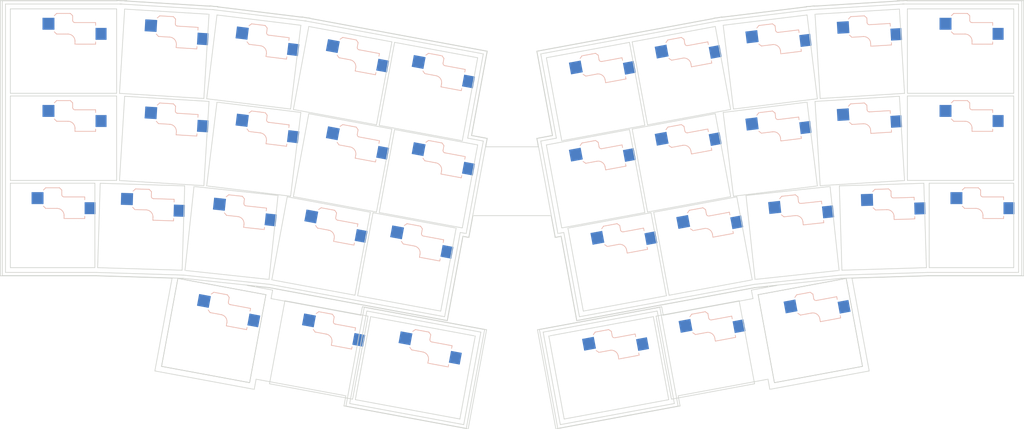
<source format=kicad_pcb>
(kicad_pcb (version 20241229) (generator "pcbnew") (generator_version "9.0")
  (title_block (title "motive") (rev "v1.0.0") (company "Unknown"))
  (layers (0 "F.Cu" signal) (2 "B.Cu" signal) (13 "F.Paste" user) (15 "B.Paste" user) (5 "F.SilkS" user "F.Silkscreen") (7 "B.SilkS" user "B.Silkscreen") (1 "F.Mask" user) (3 "B.Mask" user) (25 "Edge.Cuts" user))
  (net 0 "")
  (net 1 "C1")
  (net 2 "q_top")
  (net 3 "C2")
  (net 4 "w_top")
  (net 5 "C3")
  (net 6 "e_top")
  (net 7 "C4")
  (net 8 "r_top")
  (net 9 "C5")
  (net 10 "t_top")
  (net 11 "mirror_q_top")
  (net 12 "mirror_w_top")
  (net 13 "mirror_e_top")
  (net 14 "mirror_r_top")
  (net 15 "mirror_t_top")
  (net 16 "a_home")
  (net 17 "s_home")
  (net 18 "d_home")
  (net 19 "f_home")
  (net 20 "g_home")
  (net 21 "mirror_a_home")
  (net 22 "mirror_s_home")
  (net 23 "mirror_d_home")
  (net 24 "mirror_f_home")
  (net 25 "mirror_g_home")
  (net 26 "z_bottom")
  (net 27 "x_bottom")
  (net 28 "c_bottom")
  (net 29 "v_bottom")
  (net 30 "b_bottom")
  (net 31 "mirror_z_bottom")
  (net 32 "mirror_x_bottom")
  (net 33 "mirror_c_bottom")
  (net 34 "mirror_v_bottom")
  (net 35 "mirror_b_bottom")
  (net 36 "flex_thumb")
  (net 37 "base_thumb")
  (net 38 "ext_thumb")
  (net 39 "mirror_flex_thumb")
  (net 40 "mirror_base_thumb")
  (net 41 "mirror_ext_thumb")
  (footprint "ceoloide:switch_choc_v1_v2" (layer "B.Cu") (at 41.426508 21.388493 -7)
    (property "Reference" "S13" (hide yes))
    (property "Value" "")
    (pad "" np_thru_hole circle (at -5.5 0 353) (size 1.9 1.9) (drill 1.9) (layers "*.Cu"))
    (pad "" np_thru_hole circle (at 0 -5.95 353) (size 3 3) (drill 3) (layers "*.Cu" "*.Mask"))
    (pad "" np_thru_hole circle (at 0 0 353) (size 5 5) (drill 5) (layers "*.Cu"))
    (pad "" np_thru_hole circle (at 5 -3.75 188) (size 3 3) (drill 3) (layers "*.Cu" "*.Mask"))
    (pad "" np_thru_hole circle (at 5.5 0 353) (size 1.9 1.9) (drill 1.9) (layers "*.Cu"))
    (pad "1" smd rect (at -3.275 -5.95 353) (size 2.6 2.6) (layers "B.Cu" "B.Mask" "B.Paste") (net 5 "C3"))
    (pad "2" smd rect (at 8.175 -3.75 353) (size 2.4 2.6) (layers "B.Cu" "B.Mask" "B.Paste") (net 18 "d_home"))
  )
  (footprint "ceoloide:switch_choc_v1_v2" (layer "B.Cu") (at 76.587554 69.04644 -10.5)
    (property "Reference" "S33" (hide yes))
    (property "Value" "")
    (pad "" np_thru_hole circle (at -5.5 0 349.5) (size 1.9 1.9) (drill 1.9) (layers "*.Cu"))
    (pad "" np_thru_hole circle (at 0 -5.95 349.5) (size 3 3) (drill 3) (layers "*.Cu" "*.Mask"))
    (pad "" np_thru_hole circle (at 0 0 349.5) (size 5 5) (drill 5) (layers "*.Cu"))
    (pad "" np_thru_hole circle (at 5 -3.75 184.5) (size 3 3) (drill 3) (layers "*.Cu" "*.Mask"))
    (pad "" np_thru_hole circle (at 5.5 0 349.5) (size 1.9 1.9) (drill 1.9) (layers "*.Cu"))
    (pad "1" smd rect (at -3.275 -5.95 349.5) (size 2.6 2.6) (layers "B.Cu" "B.Mask" "B.Paste") (net 9 "C5"))
    (pad "2" smd rect (at 8.175 -3.75 349.5) (size 2.4 2.6) (layers "B.Cu" "B.Mask" "B.Paste") (net 38 "ext_thumb"))
  )
  (footprint "ceoloide:switch_choc_v1_v2" (layer "B.Cu") (at 79.45194 8.828231 -10.5)
    (property "Reference" "S5" (hide yes))
    (property "Value" "")
    (pad "" np_thru_hole circle (at -5.5 0 349.5) (size 1.9 1.9) (drill 1.9) (layers "*.Cu"))
    (pad "" np_thru_hole circle (at 0 -5.95 349.5) (size 3 3) (drill 3) (layers "*.Cu" "*.Mask"))
    (pad "" np_thru_hole circle (at 0 0 349.5) (size 5 5) (drill 5) (layers "*.Cu"))
    (pad "" np_thru_hole circle (at 5 -3.75 184.5) (size 3 3) (drill 3) (layers "*.Cu" "*.Mask"))
    (pad "" np_thru_hole circle (at 5.5 0 349.5) (size 1.9 1.9) (drill 1.9) (layers "*.Cu"))
    (pad "1" smd rect (at -3.275 -5.95 349.5) (size 2.6 2.6) (layers "B.Cu" "B.Mask" "B.Paste") (net 9 "C5"))
    (pad "2" smd rect (at 8.175 -3.75 349.5) (size 2.4 2.6) (layers "B.Cu" "B.Mask" "B.Paste") (net 10 "t_top"))
  )
  (footprint "ceoloide:switch_choc_v1_v2" (layer "B.Cu") (at 139.727719 65.151156 10.5)
    (property "Reference" "S35" (hide yes))
    (property "Value" "")
    (pad "" np_thru_hole circle (at -5.5 0 10.5) (size 1.9 1.9) (drill 1.9) (layers "*.Cu"))
    (pad "" np_thru_hole circle (at 0 -5.95 10.5) (size 3 3) (drill 3) (layers "*.Cu" "*.Mask"))
    (pad "" np_thru_hole circle (at 0 0 10.5) (size 5 5) (drill 5) (layers "*.Cu"))
    (pad "" np_thru_hole circle (at 5 -3.750002 205.5) (size 3 3) (drill 3) (layers "*.Cu" "*.Mask"))
    (pad "" np_thru_hole circle (at 5.5 0 10.5) (size 1.9 1.9) (drill 1.9) (layers "*.Cu"))
    (pad "1" smd rect (at -3.275 -5.95 10.5) (size 2.6 2.6) (layers "B.Cu" "B.Mask" "B.Paste") (net 7 "C4"))
    (pad "2" smd rect (at 8.175 -3.75 10.5) (size 2.4 2.6) (layers "B.Cu" "B.Mask" "B.Paste") (net 40 "mirror_base_thumb"))
  )
  (footprint "ceoloide:switch_choc_v1_v2" (layer "B.Cu") (at 195.298199 0)
    (property "Reference" "S6" (hide yes))
    (property "Value" "")
    (pad "" np_thru_hole circle (at -5.5 0) (size 1.9 1.9) (drill 1.9) (layers "*.Cu"))
    (pad "" np_thru_hole circle (at 0 -5.95) (size 3 3) (drill 3) (layers "*.Cu" "*.Mask"))
    (pad "" np_thru_hole circle (at 0 0) (size 5 5) (drill 5) (layers "*.Cu"))
    (pad "" np_thru_hole circle (at 5 -3.75 195) (size 3 3) (drill 3) (layers "*.Cu" "*.Mask"))
    (pad "" np_thru_hole circle (at 5.5 0) (size 1.9 1.9) (drill 1.9) (layers "*.Cu"))
    (pad "1" smd rect (at -3.275 -5.95) (size 2.6 2.6) (layers "B.Cu" "B.Mask" "B.Paste") (net 1 "C1"))
    (pad "2" smd rect (at 8.175 -3.75) (size 2.4 2.6) (layers "B.Cu" "B.Mask" "B.Paste") (net 11 "mirror_q_top"))
  )
  (footprint "ceoloide:switch_choc_v1_v2" (layer "B.Cu") (at 139.218364 42.497808 10.5)
    (property "Reference" "S29" (hide yes))
    (property "Value" "")
    (pad "" np_thru_hole circle (at -5.5 0 10.5) (size 1.9 1.9) (drill 1.9) (layers "*.Cu"))
    (pad "" np_thru_hole circle (at 0 -5.95 10.5) (size 3 3) (drill 3) (layers "*.Cu" "*.Mask"))
    (pad "" np_thru_hole circle (at 0 0 10.5) (size 5 5) (drill 5) (layers "*.Cu"))
    (pad "" np_thru_hole circle (at 5 -3.750002 205.5) (size 3 3) (drill 3) (layers "*.Cu" "*.Mask"))
    (pad "" np_thru_hole circle (at 5.5 0 10.5) (size 1.9 1.9) (drill 1.9) (layers "*.Cu"))
    (pad "1" smd rect (at -3.275 -5.95 10.5) (size 2.6 2.6) (layers "B.Cu" "B.Mask" "B.Paste") (net 7 "C4"))
    (pad "2" smd rect (at 8.175 -3.75 10.5) (size 2.4 2.6) (layers "B.Cu" "B.Mask" "B.Paste") (net 34 "mirror_v_bottom"))
  )
  (footprint "ceoloide:switch_choc_v1_v2" (layer "B.Cu") (at -2.375 38)
    (property "Reference" "S21" (hide yes))
    (property "Value" "")
    (pad "" np_thru_hole circle (at -5.5 0) (size 1.9 1.9) (drill 1.9) (layers "*.Cu"))
    (pad "" np_thru_hole circle (at 0 -5.95) (size 3 3) (drill 3) (layers "*.Cu" "*.Mask"))
    (pad "" np_thru_hole circle (at 0 0) (size 5 5) (drill 5) (layers "*.Cu"))
    (pad "" np_thru_hole circle (at 5 -3.75 195) (size 3 3) (drill 3) (layers "*.Cu" "*.Mask"))
    (pad "" np_thru_hole circle (at 5.5 0) (size 1.9 1.9) (drill 1.9) (layers "*.Cu"))
    (pad "1" smd rect (at -3.275 -5.95) (size 2.6 2.6) (layers "B.Cu" "B.Mask" "B.Paste") (net 1 "C1"))
    (pad "2" smd rect (at 8.175 -3.75) (size 2.4 2.6) (layers "B.Cu" "B.Mask" "B.Paste") (net 26 "z_bottom"))
  )
  (footprint "ceoloide:switch_choc_v1_v2" (layer "B.Cu") (at 21.937242 0.59768 -3.5)
    (property "Reference" "S2" (hide yes))
    (property "Value" "")
    (pad "" np_thru_hole circle (at -5.5 0 356.5) (size 1.9 1.9) (drill 1.9) (layers "*.Cu"))
    (pad "" np_thru_hole circle (at 0 -5.95 356.5) (size 3 3) (drill 3) (layers "*.Cu" "*.Mask"))
    (pad "" np_thru_hole circle (at 0 0 356.5) (size 5 5) (drill 5) (layers "*.Cu"))
    (pad "" np_thru_hole circle (at 5 -3.75 191.5) (size 3 3) (drill 3) (layers "*.Cu" "*.Mask"))
    (pad "" np_thru_hole circle (at 5.5 0 356.5) (size 1.9 1.9) (drill 1.9) (layers "*.Cu"))
    (pad "1" smd rect (at -3.275 -5.95 356.5) (size 2.6 2.6) (layers "B.Cu" "B.Mask" "B.Paste") (net 3 "C2"))
    (pad "2" smd rect (at 8.175 -3.75 356.5) (size 2.4 2.6) (layers "B.Cu" "B.Mask" "B.Paste") (net 4 "w_top"))
  )
  (footprint "ceoloide:switch_choc_v1_v2" (layer "B.Cu") (at 134.528102 24.365756 10.5)
    (property "Reference" "S19" (hide yes))
    (property "Value" "")
    (pad "" np_thru_hole circle (at -5.5 0 10.5) (size 1.9 1.9) (drill 1.9) (layers "*.Cu"))
    (pad "" np_thru_hole circle (at 0 -5.95 10.5) (size 3 3) (drill 3) (layers "*.Cu" "*.Mask"))
    (pad "" np_thru_hole circle (at 0 0 10.5) (size 5 5) (drill 5) (layers "*.Cu"))
    (pad "" np_thru_hole circle (at 5 -3.750002 205.5) (size 3 3) (drill 3) (layers "*.Cu" "*.Mask"))
    (pad "" np_thru_hole circle (at 5.5 0 10.5) (size 1.9 1.9) (drill 1.9) (layers "*.Cu"))
    (pad "1" smd rect (at -3.275 -5.95 10.5) (size 2.6 2.6) (layers "B.Cu" "B.Mask" "B.Paste") (net 7 "C4"))
    (pad "2" smd rect (at 8.175 -3.75 10.5) (size 2.4 2.6) (layers "B.Cu" "B.Mask" "B.Paste") (net 24 "mirror_f_home"))
  )
  (footprint "ceoloide:switch_choc_v1_v2" (layer "B.Cu") (at 158.722661 39.648093 6.125)
    (property "Reference" "S28" (hide yes))
    (property "Value" "")
    (pad "" np_thru_hole circle (at -5.5 0 6.125) (size 1.9 1.9) (drill 1.9) (layers "*.Cu"))
    (pad "" np_thru_hole circle (at 0 -5.95 6.125) (size 3 3) (drill 3) (layers "*.Cu" "*.Mask"))
    (pad "" np_thru_hole circle (at 0 0 6.125) (size 5 5) (drill 5) (layers "*.Cu"))
    (pad "" np_thru_hole circle (at 5 -3.75 201.125) (size 3 3) (drill 3) (layers "*.Cu" "*.Mask"))
    (pad "" np_thru_hole circle (at 5.5 0 6.125) (size 1.9 1.9) (drill 1.9) (layers "*.Cu"))
    (pad "1" smd rect (at -3.275 -5.95 6.125) (size 2.6 2.6) (layers "B.Cu" "B.Mask" "B.Paste") (net 5 "C3"))
    (pad "2" smd rect (at 8.175 -3.75 6.125) (size 2.4 2.6) (layers "B.Cu" "B.Mask" "B.Paste") (net 33 "mirror_c_bottom"))
  )
  (footprint "ceoloide:switch_choc_v1_v2" (layer "B.Cu") (at 0 0)
    (property "Reference" "S1" (hide yes))
    (property "Value" "")
    (pad "" np_thru_hole circle (at -5.5 0) (size 1.9 1.9) (drill 1.9) (layers "*.Cu"))
    (pad "" np_thru_hole circle (at 0 -5.95) (size 3 3) (drill 3) (layers "*.Cu" "*.Mask"))
    (pad "" np_thru_hole circle (at 0 0) (size 5 5) (drill 5) (layers "*.Cu"))
    (pad "" np_thru_hole circle (at 5 -3.75 195) (size 3 3) (drill 3) (layers "*.Cu" "*.Mask"))
    (pad "" np_thru_hole circle (at 5.5 0) (size 1.9 1.9) (drill 1.9) (layers "*.Cu"))
    (pad "1" smd rect (at -3.275 -5.95) (size 2.6 2.6) (layers "B.Cu" "B.Mask" "B.Paste") (net 1 "C1"))
    (pad "2" smd rect (at 8.175 -3.75) (size 2.4 2.6) (layers "B.Cu" "B.Mask" "B.Paste") (net 2 "q_top"))
  )
  (footprint "ceoloide:switch_choc_v1_v2" (layer "B.Cu") (at 60.770097 24.365756 -10.5)
    (property "Reference" "S14" (hide yes))
    (property "Value" "")
    (pad "" np_thru_hole circle (at -5.5 0 349.5) (size 1.9 1.9) (drill 1.9) (layers "*.Cu"))
    (pad "" np_thru_hole circle (at 0 -5.95 349.5) (size 3 3) (drill 3) (layers "*.Cu" "*.Mask"))
    (pad "" np_thru_hole circle (at 0 0 349.5) (size 5 5) (drill 5) (layers "*.Cu"))
    (pad "" np_thru_hole circle (at 5 -3.75 184.5) (size 3 3) (drill 3) (layers "*.Cu" "*.Mask"))
    (pad "" np_thru_hole circle (at 5.5 0 349.5) (size 1.9 1.9) (drill 1.9) (layers "*.Cu"))
    (pad "1" smd rect (at -3.275 -5.95 349.5) (size 2.6 2.6) (layers "B.Cu" "B.Mask" "B.Paste") (net 7 "C4"))
    (pad "2" smd rect (at 8.175 -3.75 349.5) (size 2.4 2.6) (layers "B.Cu" "B.Mask" "B.Paste") (net 19 "f_home"))
  )
  (footprint "ceoloide:switch_choc_v1_v2" (layer "B.Cu") (at 56.079836 42.497808 -10.5)
    (property "Reference" "S24" (hide yes))
    (property "Value" "")
    (pad "" np_thru_hole circle (at -5.5 0 349.5) (size 1.9 1.9) (drill 1.9) (layers "*.Cu"))
    (pad "" np_thru_hole circle (at 0 -5.95 349.5) (size 3 3) (drill 3) (layers "*.Cu" "*.Mask"))
    (pad "" np_thru_hole circle (at 0 0 349.5) (size 5 5) (drill 5) (layers "*.Cu"))
    (pad "" np_thru_hole circle (at 5 -3.75 184.5) (size 3 3) (drill 3) (layers "*.Cu" "*.Mask"))
    (pad "" np_thru_hole circle (at 5.5 0 349.5) (size 1.9 1.9) (drill 1.9) (layers "*.Cu"))
    (pad "1" smd rect (at -3.275 -5.95 349.5) (size 2.6 2.6) (layers "B.Cu" "B.Mask" "B.Paste") (net 7 "C4"))
    (pad "2" smd rect (at 8.175 -3.75 349.5) (size 2.4 2.6) (layers "B.Cu" "B.Mask" "B.Paste") (net 29 "v_bottom"))
  )
  (footprint "ceoloide:switch_choc_v1_v2" (layer "B.Cu") (at 120.53652 45.960283 10.5)
    (property "Reference" "S30" (hide yes))
    (property "Value" "")
    (pad "" np_thru_hole circle (at -5.5 0 10.5) (size 1.9 1.9) (drill 1.9) (layers "*.Cu"))
    (pad "" np_thru_hole circle (at 0 -5.95 10.5) (size 3 3) (drill 3) (layers "*.Cu" "*.Mask"))
    (pad "" np_thru_hole circle (at 0 0 10.5) (size 5 5) (drill 5) (layers "*.Cu"))
    (pad "" np_thru_hole circle (at 5 -3.750002 205.5) (size 3 3) (drill 3) (layers "*.Cu" "*.Mask"))
    (pad "" np_thru_hole circle (at 5.5 0 10.5) (size 1.9 1.9) (drill 1.9) (layers "*.Cu"))
    (pad "1" smd rect (at -3.275 -5.95 10.5) (size 2.6 2.6) (layers "B.Cu" "B.Mask" "B.Paste") (net 9 "C5"))
    (pad "2" smd rect (at 8.175 -3.75 10.5) (size 2.4 2.6) (layers "B.Cu" "B.Mask" "B.Paste") (net 35 "mirror_b_bottom"))
  )
  (footprint "ceoloide:switch_choc_v1_v2" (layer "B.Cu") (at 134.528102 5.365756 10.5)
    (property "Reference" "S9" (hide yes))
    (property "Value" "")
    (pad "" np_thru_hole circle (at -5.5 0 10.5) (size 1.9 1.9) (drill 1.9) (layers "*.Cu"))
    (pad "" np_thru_hole circle (at 0 -5.95 10.5) (size 3 3) (drill 3) (layers "*.Cu" "*.Mask"))
    (pad "" np_thru_hole circle (at 0 0 10.5) (size 5 5) (drill 5) (layers "*.Cu"))
    (pad "" np_thru_hole circle (at 5 -3.750002 205.5) (size 3 3) (drill 3) (layers "*.Cu" "*.Mask"))
    (pad "" np_thru_hole circle (at 5.5 0 10.5) (size 1.9 1.9) (drill 1.9) (layers "*.Cu"))
    (pad "1" smd rect (at -3.275 -5.95 10.5) (size 2.6 2.6) (layers "B.Cu" "B.Mask" "B.Paste") (net 7 "C4"))
    (pad "2" smd rect (at 8.175 -3.75 10.5) (size 2.4 2.6) (layers "B.Cu" "B.Mask" "B.Paste") (net 14 "mirror_r_top"))
  )
  (footprint "ceoloide:switch_choc_v1_v2" (layer "B.Cu") (at 195.298199 19)
    (property "Reference" "S16" (hide yes))
    (property "Value" "")
    (pad "" np_thru_hole circle (at -5.5 0) (size 1.9 1.9) (drill 1.9) (layers "*.Cu"))
    (pad "" np_thru_hole circle (at 0 -5.95) (size 3 3) (drill 3) (layers "*.Cu" "*.Mask"))
    (pad "" np_thru_hole circle (at 0 0) (size 5 5) (drill 5) (layers "*.Cu"))
    (pad "" np_thru_hole circle (at 5 -3.75 195) (size 3 3) (drill 3) (layers "*.Cu" "*.Mask"))
    (pad "" np_thru_hole circle (at 5.5 0) (size 1.9 1.9) (drill 1.9) (layers "*.Cu"))
    (pad "1" smd rect (at -3.275 -5.95) (size 2.6 2.6) (layers "B.Cu" "B.Mask" "B.Paste") (net 1 "C1"))
    (pad "2" smd rect (at 8.175 -3.75) (size 2.4 2.6) (layers "B.Cu" "B.Mask" "B.Paste") (net 21 "mirror_a_home"))
  )
  (footprint "ceoloide:switch_choc_v1_v2" (layer "B.Cu") (at 74.761679 45.960283 -10.5)
    (property "Reference" "S25" (hide yes))
    (property "Value" "")
    (pad "" np_thru_hole circle (at -5.5 0 349.5) (size 1.9 1.9) (drill 1.9) (layers "*.Cu"))
    (pad "" np_thru_hole circle (at 0 -5.95 349.5) (size 3 3) (drill 3) (layers "*.Cu" "*.Mask"))
    (pad "" np_thru_hole circle (at 0 0 349.5) (size 5 5) (drill 5) (layers "*.Cu"))
    (pad "" np_thru_hole circle (at 5 -3.75 184.5) (size 3 3) (drill 3) (layers "*.Cu" "*.Mask"))
    (pad "" np_thru_hole circle (at 5.5 0 349.5) (size 1.9 1.9) (drill 1.9) (layers "*.Cu"))
    (pad "1" smd rect (at -3.275 -5.95 349.5) (size 2.6 2.6) (layers "B.Cu" "B.Mask" "B.Paste") (net 9 "C5"))
    (pad "2" smd rect (at 8.175 -3.75 349.5) (size 2.4 2.6) (layers "B.Cu" "B.Mask" "B.Paste") (net 30 "b_bottom"))
  )
  (footprint "ceoloide:switch_choc_v1_v2" (layer "B.Cu") (at 36.575538 39.648093 -6.125)
    (property "Reference" "S23" (hide yes))
    (property "Value" "")
    (pad "" np_thru_hole circle (at -5.5 0 353.875) (size 1.9 1.9) (drill 1.9) (layers "*.Cu"))
    (pad "" np_thru_hole circle (at 0 -5.95 353.875) (size 3 3) (drill 3) (layers "*.Cu" "*.Mask"))
    (pad "" np_thru_hole circle (at 0 0 353.875) (size 5 5) (drill 5) (layers "*.Cu"))
    (pad "" np_thru_hole circle (at 5 -3.75 188.875) (size 3 3) (drill 3) (layers "*.Cu" "*.Mask"))
    (pad "" np_thru_hole circle (at 5.5 0 353.875) (size 1.9 1.9) (drill 1.9) (layers "*.Cu"))
    (pad "1" smd rect (at -3.275 -5.95 353.875) (size 2.6 2.6) (layers "B.Cu" "B.Mask" "B.Paste") (net 5 "C3"))
    (pad "2" smd rect (at 8.175 -3.75 353.875) (size 2.4 2.6) (layers "B.Cu" "B.Mask" "B.Paste") (net 28 "c_bottom"))
  )
  (footprint "ceoloide:switch_choc_v1_v2" (layer "B.Cu") (at 55.57048 65.151156 -10.5)
    (property "Reference" "S32" (hide yes))
    (property "Value" "")
    (pad "" np_thru_hole circle (at -5.5 0 349.5) (size 1.9 1.9) (drill 1.9) (layers "*.Cu"))
    (pad "" np_thru_hole circle (at 0 -5.95 349.5) (size 3 3) (drill 3) (layers "*.Cu" "*.Mask"))
    (pad "" np_thru_hole circle (at 0 0 349.5) (size 5 5) (drill 5) (layers "*.Cu"))
    (pad "" np_thru_hole circle (at 5 -3.75 184.5) (size 3 3) (drill 3) (layers "*.Cu" "*.Mask"))
    (pad "" np_thru_hole circle (at 5.5 0 349.5) (size 1.9 1.9) (drill 1.9) (layers "*.Cu"))
    (pad "1" smd rect (at -3.275 -5.95 349.5) (size 2.6 2.6) (layers "B.Cu" "B.Mask" "B.Paste") (net 7 "C4"))
    (pad "2" smd rect (at 8.175 -3.75 349.5) (size 2.4 2.6) (layers "B.Cu" "B.Mask" "B.Paste") (net 37 "base_thumb"))
  )
  (footprint "ceoloide:switch_choc_v1_v2" (layer "B.Cu") (at 173.360957 19.597681 3.5)
    (property "Reference" "S17" (hide yes))
    (property "Value" "")
    (pad "" np_thru_hole circle (at -5.5 0 3.5) (size 1.9 1.9) (drill 1.9) (layers "*.Cu"))
    (pad "" np_thru_hole circle (at 0 -5.95 3.5) (size 3 3) (drill 3) (layers "*.Cu" "*.Mask"))
    (pad "" np_thru_hole circle (at 0 0 3.5) (size 5 5) (drill 5) (layers "*.Cu"))
    (pad "" np_thru_hole circle (at 5 -3.75 198.5) (size 3 3) (drill 3) (layers "*.Cu" "*.Mask"))
    (pad "" np_thru_hole circle (at 5.5 0 3.5) (size 1.9 1.9) (drill 1.9) (layers "*.Cu"))
    (pad "1" smd rect (at -3.275 -5.95 3.5) (size 2.6 2.6) (layers "B.Cu" "B.Mask" "B.Paste") (net 3 "C2"))
    (pad "2" smd rect (at 8.175 -3.75 3.5) (size 2.4 2.6) (layers "B.Cu" "B.Mask" "B.Paste") (net 22 "mirror_s_home"))
  )
  (footprint "ceoloide:switch_choc_v1_v2" (layer "B.Cu") (at 153.871691 2.388493 7)
    (property "Reference" "S8" (hide yes))
    (property "Value" "")
    (pad "" np_thru_hole circle (at -5.5 0 7) (size 1.9 1.9) (drill 1.9) (layers "*.Cu"))
    (pad "" np_thru_hole circle (at 0 -5.95 7) (size 3 3) (drill 3) (layers "*.Cu" "*.Mask"))
    (pad "" np_thru_hole circle (at 0 0 7) (size 5 5) (drill 5) (layers "*.Cu"))
    (pad "" np_thru_hole circle (at 5 -3.75 202) (size 3 3) (drill 3) (layers "*.Cu" "*.Mask"))
    (pad "" np_thru_hole circle (at 5.5 0 7) (size 1.9 1.9) (drill 1.9) (layers "*.Cu"))
    (pad "1" smd rect (at -3.275 -5.95 7) (size 2.6 2.6) (layers "B.Cu" "B.Mask" "B.Paste") (net 5 "C3"))
    (pad "2" smd rect (at 8.175 -3.75 7) (size 2.4 2.6) (layers "B.Cu" "B.Mask" "B.Paste") (net 13 "mirror_e_top"))
  )
  (footprint "ceoloide:switch_choc_v1_v2" (layer "B.Cu") (at 16.910685 38.294547 -1.75)
    (property "Reference" "S22" (hide yes))
    (property "Value" "")
    (pad "" np_thru_hole circle (at -5.5 0 358.25) (size 1.9 1.9) (drill 1.9) (layers "*.Cu"))
    (pad "" np_thru_hole circle (at 0 -5.95 358.25) (size 3 3) (drill 3) (layers "*.Cu" "*.Mask"))
    (pad "" np_thru_hole circle (at 0 0 358.25) (size 5 5) (drill 5) (layers "*.Cu"))
    (pad "" np_thru_hole circle (at 5 -3.75 193.25) (size 3 3) (drill 3) (layers "*.Cu" "*.Mask"))
    (pad "" np_thru_hole circle (at 5.5 0 358.25) (size 1.9 1.9) (drill 1.9) (layers "*.Cu"))
    (pad "1" smd rect (at -3.275 -5.95 358.25) (size 2.6 2.6) (layers "B.Cu" "B.Mask" "B.Paste") (net 3 "C2"))
    (pad "2" smd rect (at 8.175 -3.75 358.25) (size 2.4 2.6) (layers "B.Cu" "B.Mask" "B.Paste") (net 27 "x_bottom"))
  )
  (footprint "ceoloide:switch_choc_v1_v2" (layer "B.Cu") (at 21.937242 19.597681 -3.5)
    (property "Reference" "S12" (hide yes))
    (property "Value" "")
    (pad "" np_thru_hole circle (at -5.5 0 356.5) (size 1.9 1.9) (drill 1.9) (layers "*.Cu"))
    (pad "" np_thru_hole circle (at 0 -5.95 356.5) (size 3 3) (drill 3) (layers "*.Cu" "*.Mask"))
    (pad "" np_thru_hole circle (at 0 0 356.5) (size 5 5) (drill 5) (layers "*.Cu"))
    (pad "" np_thru_hole circle (at 5 -3.75 191.5) (size 3 3) (drill 3) (layers "*.Cu" "*.Mask"))
    (pad "" np_thru_hole circle (at 5.5 0 356.5) (size 1.9 1.9) (drill 1.9) (layers "*.Cu"))
    (pad "1" smd rect (at -3.275 -5.95 356.5) (size 2.6 2.6) (layers "B.Cu" "B.Mask" "B.Paste") (net 3 "C2"))
    (pad "2" smd rect (at 8.175 -3.75 356.5) (size 2.4 2.6) (layers "B.Cu" "B.Mask" "B.Paste") (net 17 "s_home"))
  )
  (footprint "ceoloide:switch_choc_v1_v2" (layer "B.Cu") (at 178.387514 38.294547 1.75)
    (property "Reference" "S27" (hide yes))
    (property "Value" "")
    (pad "" np_thru_hole circle (at -5.5 0 1.75) (size 1.9 1.9) (drill 1.9) (layers "*.Cu"))
    (pad "" np_thru_hole circle (at 0 -5.95 1.75) (size 3 3) (drill 3) (layers "*.Cu" "*.Mask"))
    (pad "" np_thru_hole circle (at 0 0 1.75) (size 5 5) (drill 5) (layers "*.Cu"))
    (pad "" np_thru_hole circle (at 5 -3.75 196.75) (size 3 3) (drill 3) (layers "*.Cu" "*.Mask"))
    (pad "" np_thru_hole circle (at 5.5 0 1.75) (size 1.9 1.9) (drill 1.9) (layers "*.Cu"))
    (pad "1" smd rect (at -3.275 -5.95 1.75) (size 2.6 2.6) (layers "B.Cu" "B.Mask" "B.Paste") (net 3 "C2"))
    (pad "2" smd rect (at 8.175 -3.75 1.75) (size 2.4 2.6) (layers "B.Cu" "B.Mask" "B.Paste") (net 32 "mirror_x_bottom"))
  )
  (footprint "ceoloide:switch_choc_v1_v2" (layer "B.Cu") (at 173.360957 0.59768 3.5)
    (property "Reference" "S7" (hide yes))
    (property "Value" "")
    (pad "" np_thru_hole circle (at -5.5 0 3.5) (size 1.9 1.9) (drill 1.9) (layers "*.Cu"))
    (pad "" np_thru_hole circle (at 0 -5.95 3.5) (size 3 3) (drill 3) (layers "*.Cu" "*.Mask"))
    (pad "" np_thru_hole circle (at 0 0 3.5) (size 5 5) (drill 5) (layers "*.Cu"))
    (pad "" np_thru_hole circle (at 5 -3.75 198.5) (size 3 3) (drill 3) (layers "*.Cu" "*.Mask"))
    (pad "" np_thru_hole circle (at 5.5 0 3.5) (size 1.9 1.9) (drill 1.9) (layers "*.Cu"))
    (pad "1" smd rect (at -3.275 -5.95 3.5) (size 2.6 2.6) (layers "B.Cu" "B.Mask" "B.Paste") (net 3 "C2"))
    (pad "2" smd rect (at 8.175 -3.75 3.5) (size 2.4 2.6) (layers "B.Cu" "B.Mask" "B.Paste") (net 12 "mirror_w_top"))
  )
  (footprint "ceoloide:switch_choc_v1_v2" (layer "B.Cu") (at 32.709804 60.91418 -10.5)
    (property "Reference" "S31" (hide yes))
    (property "Value" "")
    (pad "" np_thru_hole circle (at -5.5 0 349.5) (size 1.9 1.9) (drill 1.9) (layers "*.Cu"))
    (pad "" np_thru_hole circle (at 0 -5.95 349.5) (size 3 3) (drill 3) (layers "*.Cu" "*.Mask"))
    (pad "" np_thru_hole circle (at 0 0 349.5) (size 5 5) (drill 5) (layers "*.Cu"))
    (pad "" np_thru_hole circle (at 5 -3.75 184.5) (size 3 3) (drill 3) (layers "*.Cu" "*.Mask"))
    (pad "" np_thru_hole circle (at 5.5 0 349.5) (size 1.9 1.9) (drill 1.9) (layers "*.Cu"))
    (pad "1" smd rect (at -3.275 -5.95 349.5) (size 2.6 2.6) (layers "B.Cu" "B.Mask" "B.Paste") (net 5 "C3"))
    (pad "2" smd rect (at 8.175 -3.75 349.5) (size 2.4 2.6) (layers "B.Cu" "B.Mask" "B.Paste") (net 36 "flex_thumb"))
  )
  (footprint "ceoloide:switch_choc_v1_v2" (layer "B.Cu") (at 60.770097 5.365756 -10.5)
    (property "Reference" "S4" (hide yes))
    (property "Value" "")
    (pad "" np_thru_hole circle (at -5.5 0 349.5) (size 1.9 1.9) (drill 1.9) (layers "*.Cu"))
    (pad "" np_thru_hole circle (at 0 -5.95 349.5) (size 3 3) (drill 3) (layers "*.Cu" "*.Mask"))
    (pad "" np_thru_hole circle (at 0 0 349.5) (size 5 5) (drill 5) (layers "*.Cu"))
    (pad "" np_thru_hole circle (at 5 -3.75 184.5) (size 3 3) (drill 3) (layers "*.Cu" "*.Mask"))
    (pad "" np_thru_hole circle (at 5.5 0 349.5) (size 1.9 1.9) (drill 1.9) (layers "*.Cu"))
    (pad "1" smd rect (at -3.275 -5.95 349.5) (size 2.6 2.6) (layers "B.Cu" "B.Mask" "B.Paste") (net 7 "C4"))
    (pad "2" smd rect (at 8.175 -3.75 349.5) (size 2.4 2.6) (layers "B.Cu" "B.Mask" "B.Paste") (net 8 "r_top"))
  )
  (footprint "ceoloide:switch_choc_v1_v2" (layer "B.Cu") (at 115.846259 8.828231 10.5)
    (property "Reference" "S10" (hide yes))
    (property "Value" "")
    (pad "" np_thru_hole circle (at -5.5 0 10.5) (size 1.9 1.9) (drill 1.9) (layers "*.Cu"))
    (pad "" np_thru_hole circle (at 0 -5.95 10.5) (size 3 3) (drill 3) (layers "*.Cu" "*.Mask"))
    (pad "" np_thru_hole circle (at 0 0 10.5) (size 5 5) (drill 5) (layers "*.Cu"))
    (pad "" np_thru_hole circle (at 5 -3.750002 205.5) (size 3 3) (drill 3) (layers "*.Cu" "*.Mask"))
    (pad "" np_thru_hole circle (at 5.5 0 10.5) (size 1.9 1.9) (drill 1.9) (layers "*.Cu"))
    (pad "1" smd rect (at -3.275 -5.95 10.5) (size 2.6 2.6) (layers "B.Cu" "B.Mask" "B.Paste") (net 9 "C5"))
    (pad "2" smd rect (at 8.175 -3.75 10.5) (size 2.4 2.6) (layers "B.Cu" "B.Mask" "B.Paste") (net 15 "mirror_t_top"))
  )
  (footprint "ceoloide:switch_choc_v1_v2" (layer "B.Cu") (at 115.846259 27.828231 10.5)
    (property "Reference" "S20" (hide yes))
    (property "Value" "")
    (pad "" np_thru_hole circle (at -5.5 0 10.5) (size 1.9 1.9) (drill 1.9) (layers "*.Cu"))
    (pad "" np_thru_hole circle (at 0 -5.95 10.5) (size 3 3) (drill 3) (layers "*.Cu" "*.Mask"))
    (pad "" np_thru_hole circle (at 0 0 10.5) (size 5 5) (drill 5) (layers "*.Cu"))
    (pad "" np_thru_hole circle (at 5 -3.750002 205.5) (size 3 3) (drill 3) (layers "*.Cu" "*.Mask"))
    (pad "" np_thru_hole circle (at 5.5 0 10.5) (size 1.9 1.9) (drill 1.9) (layers "*.Cu"))
    (pad "1" smd rect (at -3.275 -5.95 10.5) (size 2.6 2.6) (layers "B.Cu" "B.Mask" "B.Paste") (net 9 "C5"))
    (pad "2" smd rect (at 8.175 -3.75 10.5) (size 2.4 2.6) (layers "B.Cu" "B.Mask" "B.Paste") (net 25 "mirror_g_home"))
  )
  (footprint "ceoloide:switch_choc_v1_v2" (layer "B.Cu") (at 153.871691 21.388493 7)
    (property "Reference" "S18" (hide yes))
    (property "Value" "")
    (pad "" np_thru_hole circle (at -5.5 0 7) (size 1.9 1.9) (drill 1.9) (layers "*.Cu"))
    (pad "" np_thru_hole circle (at 0 -5.95 7) (size 3 3) (drill 3) (layers "*.Cu" "*.Mask"))
    (pad "" np_thru_hole circle (at 0 0 7) (size 5 5) (drill 5) (layers "*.Cu"))
    (pad "" np_thru_hole circle (at 5 -3.75 202) (size 3 3) (drill 3) (layers "*.Cu" "*.Mask"))
    (pad "" np_thru_hole circle (at 5.5 0 7) (size 1.9 1.9) (drill 1.9) (layers "*.Cu"))
    (pad "1" smd rect (at -3.275 -5.95 7) (size 2.6 2.6) (layers "B.Cu" "B.Mask" "B.Paste") (net 5 "C3"))
    (pad "2" smd rect (at 8.175 -3.75 7) (size 2.4 2.6) (layers "B.Cu" "B.Mask" "B.Paste") (net 23 "mirror_d_home"))
  )
  (footprint "ceoloide:switch_choc_v1_v2" (layer "B.Cu") (at 162.588395 60.91418 10.5)
    (property "Reference" "S34" (hide yes))
    (property "Value" "")
    (pad "" np_thru_hole circle (at -5.5 0 10.5) (size 1.9 1.9) (drill 1.9) (layers "*.Cu"))
    (pad "" np_thru_hole circle (at 0 -5.95 10.5) (size 3 3) (drill 3) (layers "*.Cu" "*.Mask"))
    (pad "" np_thru_hole circle (at 0 0 10.5) (size 5 5) (drill 5) (layers "*.Cu"))
    (pad "" np_thru_hole circle (at 5 -3.750002 205.5) (size 3 3) (drill 3) (layers "*.Cu" "*.Mask"))
    (pad "" np_thru_hole circle (at 5.5 0 10.5) (size 1.9 1.9) (drill 1.9) (layers "*.Cu"))
    (pad "1" smd rect (at -3.275 -5.95 10.5) (size 2.6 2.6) (layers "B.Cu" "B.Mask" "B.Paste") (net 5 "C3"))
    (pad "2" smd rect (at 8.175 -3.75 10.5) (size 2.4 2.6) (layers "B.Cu" "B.Mask" "B.Paste") (net 39 "mirror_flex_thumb"))
  )
  (footprint "ceoloide:switch_choc_v1_v2" (layer "B.Cu") (at 0 19)
    (property "Reference" "S11" (hide yes))
    (property "Value" "")
    (pad "" np_thru_hole circle (at -5.5 0) (size 1.9 1.9) (drill 1.9) (layers "*.Cu"))
    (pad "" np_thru_hole circle (at 0 -5.95) (size 3 3) (drill 3) (layers "*.Cu" "*.Mask"))
    (pad "" np_thru_hole circle (at 0 0) (size 5 5) (drill 5) (layers "*.Cu"))
    (pad "" np_thru_hole circle (at 5 -3.75 195) (size 3 3) (drill 3) (layers "*.Cu" "*.Mask"))
    (pad "" np_thru_hole circle (at 5.5 0) (size 1.9 1.9) (drill 1.9) (layers "*.Cu"))
    (pad "1" smd rect (at -3.275 -5.95) (size 2.6 2.6) (layers "B.Cu" "B.Mask" "B.Paste") (net 1 "C1"))
    (pad "2" smd rect (at 8.175 -3.75) (size 2.4 2.6) (layers "B.Cu" "B.Mask" "B.Paste") (net 16 "a_home"))
  )
  (footprint "ceoloide:switch_choc_v1_v2" (layer "B.Cu") (at 41.426508 2.388493 -7)
    (property "Reference" "S3" (hide yes))
    (property "Value" "")
    (pad "" np_thru_hole circle (at -5.5 0 353) (size 1.9 1.9) (drill 1.9) (layers "*.Cu"))
    (pad "" np_thru_hole circle (at 0 -5.95 353) (size 3 3) (drill 3) (layers "*.Cu" "*.Mask"))
    (pad "" np_thru_hole circle (at 0 0 353) (size 5 5) (drill 5) (layers "*.Cu"))
    (pad "" np_thru_hole circle (at 5 -3.75 188) (size 3 3) (drill 3) (layers "*.Cu" "*.Mask"))
    (pad "" np_thru_hole circle (at 5.5 0 353) (size 1.9 1.9) (drill 1.9) (layers "*.Cu"))
    (pad "1" smd rect (at -3.275 -5.95 353) (size 2.6 2.6) (layers "B.Cu" "B.Mask" "B.Paste") (net 5 "C3"))
    (pad "2" smd rect (at 8.175 -3.75 353) (size 2.4 2.6) (layers "B.Cu" "B.Mask" "B.Paste") (net 6 "e_top"))
  )
  (footprint "ceoloide:switch_choc_v1_v2" (layer "B.Cu") (at 118.710645 69.04644 10.5)
    (property "Reference" "S36" (hide yes))
    (property "Value" "")
    (pad "" np_thru_hole circle (at -5.5 0 10.5) (size 1.9 1.9) (drill 1.9) (layers "*.Cu"))
    (pad "" np_thru_hole circle (at 0 -5.95 10.5) (size 3 3) (drill 3) (layers "*.Cu" "*.Mask"))
    (pad "" np_thru_hole circle (at 0 0 10.5) (size 5 5) (drill 5) (layers "*.Cu"))
    (pad "" np_thru_hole circle (at 5 -3.750002 205.5) (size 3 3) (drill 3) (layers "*.Cu" "*.Mask"))
    (pad "" np_thru_hole circle (at 5.5 0 10.5) (size 1.9 1.9) (drill 1.9) (layers "*.Cu"))
    (pad "1" smd rect (at -3.275 -5.95 10.5) (size 2.6 2.6) (layers "B.Cu" "B.Mask" "B.Paste") (net 9 "C5"))
    (pad "2" smd rect (at 8.175 -3.75 10.5) (size 2.4 2.6) (layers "B.Cu" "B.Mask" "B.Paste") (net 41 "mirror_ext_thumb"))
  )
  (footprint "ceoloide:switch_choc_v1_v2" (layer "B.Cu") (at 197.673199 38)
    (property "Reference" "S26" (hide yes))
    (property "Value" "")
    (pad "" np_thru_hole circle (at -5.5 0) (size 1.9 1.9) (drill 1.9) (layers "*.Cu"))
    (pad "" np_thru_hole circle (at 0 -5.95) (size 3 3) (drill 3) (layers "*.Cu" "*.Mask"))
    (pad "" np_thru_hole circle (at 0 0) (size 5 5) (drill 5) (layers "*.Cu"))
    (pad "" np_thru_hole circle (at 5 -3.75 195) (size 3 3) (drill 3) (layers "*.Cu" "*.Mask"))
    (pad "" np_thru_hole circle (at 5.5 0) (size 1.9 1.9) (drill 1.9) (layers "*.Cu"))
    (pad "1" smd rect (at -3.275 -5.95) (size 2.6 2.6) (layers "B.Cu" "B.Mask" "B.Paste") (net 1 "C1"))
    (pad "2" smd rect (at 8.175 -3.75) (size 2.4 2.6) (layers "B.Cu" "B.Mask" "B.Paste") (net 31 "mirror_z_bottom"))
  )
  (footprint "ceoloide:switch_choc_v1_v2" (layer "B.Cu") (at 79.45194 27.828231 -10.5)
    (property "Reference" "S15" (hide yes))
    (property "Value" "")
    (pad "" np_thru_hole circle (at -5.5 0 349.5) (size 1.9 1.9) (drill 1.9) (layers "*.Cu"))
    (pad "" np_thru_hole circle (at 0 -5.95 349.5) (size 3 3) (drill 3) (layers "*.Cu" "*.Mask"))
    (pad "" np_thru_hole circle (at 0 0 349.5) (size 5 5) (drill 5) (layers "*.Cu"))
    (pad "" np_thru_hole circle (at 5 -3.75 184.5) (size 3 3) (drill 3) (layers "*.Cu" "*.Mask"))
    (pad "" np_thru_hole circle (at 5.5 0 349.5) (size 1.9 1.9) (drill 1.9) (layers "*.Cu"))
    (pad "1" smd rect (at -3.275 -5.95 349.5) (size 2.6 2.6) (layers "B.Cu" "B.Mask" "B.Paste") (net 9 "C5"))
    (pad "2" smd rect (at 8.175 -3.75 349.5) (size 2.4 2.6) (layers "B.Cu" "B.Mask" "B.Paste") (net 20 "g_home"))
  )
  (gr_line (start 53.678567 -7.135915) (end 92.272335 0.017017) (stroke (width 0.15)) (layer "Edge.Cuts"))
  (gr_line (start -13.325 48.95) (end 7.102853 48.95) (stroke (width 0.15)) (layer "Edge.Cuts"))
  (gr_line (start 105.123747 20.458852) (end 108.47688 38.550743) (stroke (width 0.15)) (layer "Edge.Cuts"))
  (gr_line (start 92.272335 19.017017) (end 88.86784 18.386031) (stroke (width 0.15)) (layer "Edge.Cuts"))
  (gr_line (start 169.472759 47.77121) (end 187.864177 47.209301) (stroke (width 0.15)) (layer "Edge.Cuts"))
  (gr_line (start 183.668906 -11.053336) (end 182.796867 -11) (stroke (width 0.15)) (layer "Edge.Cuts"))
  (gr_line (start 71.492609 16.996377) (end 53.400719 13.643244) (stroke (width 0.15)) (layer "Edge.Cuts"))
  (gr_line (start 126.568771 16.197609) (end 123.215637 -1.894281) (stroke (width 0.15)) (layer "Edge.Cuts"))
  (gr_line (start 86.821319 38.550743) (end 90.174452 20.458852) (stroke (width 0.15)) (layer "Edge.Cuts"))
  (gr_line (start 187.302269 28.817883) (end 168.910851 29.379792) (stroke (width 0.15)) (layer "Edge.Cuts"))
  (gr_line (start 40.519743 72.277712) (end 44.073335 53.104241) (stroke (width 0.15)) (layer "Edge.Cuts"))
  (gr_line (start 150.50754 51.592816) (end 155.288936 51.079722) (stroke (width 0.15)) (layer "Edge.Cuts"))
  (gr_line (start 166.888522 29.51899) (end 148.593559 31.482232) (stroke (width 0.15)) (layer "Edge.Cuts"))
  (gr_line (start 129.817038 55.851511) (end 103.613294 60.708088) (stroke (width 0.15)) (layer "Edge.Cuts"))
  (gr_line (start 32.502071 -9.034266) (end 32.500979 -9.025368) (stroke (width 0.15)) (layer "Edge.Cuts"))
  (gr_line (start 11.629293 -11.053336) (end 11.626031 -11) (stroke (width 0.15)) (layer "Edge.Cuts"))
  (gr_line (start 153.777182 73.734575) (end 175.40879 69.725393) (stroke (width 0.15)) (layer "Edge.Cuts"))
  (gr_line (start 163.449136 -9.870078) (end 162.58198 -9.763605) (stroke (width 0.15)) (layer "Edge.Cuts"))
  (gr_line (start 145.250614 12.735134) (end 141.89748 -5.356756) (stroke (width 0.15)) (layer "Edge.Cuts"))
  (gr_line (start 53.623207 -7.095323) (end 92.214061 0.057068) (stroke (width 0.15)) (layer "Edge.Cuts"))
  (gr_line (start 66.882945 57.891119) (end 63.529812 75.983009) (stroke (width 0.15)) (layer "Edge.Cuts"))
  (gr_line (start -11.575 47.2) (end 6.825 47.2) (stroke (width 0.15)) (layer "Edge.Cuts"))
  (gr_line (start 52.810311 -7.245985) (end 51.998935 -7.396365) (stroke (width 0.15)) (layer "Edge.Cuts"))
  (gr_line (start 147.097097 54.428644) (end 129.005207 57.781778) (stroke (width 0.15)) (layer "Edge.Cuts"))
  (gr_line (start 154.778456 72.277712) (end 173.951927 68.724119) (stroke (width 0.15)) (layer "Edge.Cuts"))
  (gr_line (start 53.629358 -7.145419) (end 52.810311 -7.245985) (stroke (width 0.15)) (layer "Edge.Cuts"))
  (gr_line (start 104.429138 61.268801) (end 108.164966 81.425527) (stroke (width 0.15)) (layer "Edge.Cuts"))
  (gr_line (start 168.910851 29.379792) (end 169.472759 47.77121) (stroke (width 0.15)) (layer "Edge.Cuts"))
  (gr_line (start 173.951927 68.724119) (end 170.398334 49.550648) (stroke (width 0.15)) (layer "Edge.Cuts"))
  (gr_line (start 53.685079 -7.188952) (end 52.817923 -7.295426) (stroke (width 0.15)) (layer "Edge.Cuts"))
  (gr_line (start 123.80559 -2.003623) (end 127.158724 16.088268) (stroke (width 0.15)) (layer "Edge.Cuts"))
  (gr_line (start 26.016497 49.527864) (end 44.797894 51.543305) (stroke (width 0.15)) (layer "Edge.Cuts"))
  (gr_line (start 162.79722 -9.025368) (end 162.796128 -9.034266) (stroke (width 0.15)) (layer "Edge.Cuts"))
  (gr_line (start 106.488634 18.426082) (end 103.084138 19.057068) (stroke (width 0.15)) (layer "Edge.Cuts"))
  (gr_line (start 143.299264 -7.396365) (end 142.487888 -7.245985) (stroke (width 0.15)) (layer "Edge.Cuts"))
  (gr_line (start 153.367152 71.522251) (end 153.777182 73.734575) (stroke (width 0.15)) (layer "Edge.Cuts"))
  (gr_line (start 21.346272 68.724119) (end 40.519743 72.277712) (stroke (width 0.15)) (layer "Edge.Cuts"))
  (gr_line (start -13.75 49) (end -13.75 -11) (stroke (width 0.15)) (layer "Edge.Cuts"))
  (gr_line (start 183.723199 9.2) (end 206.873199 9.2) (stroke (width 0.15)) (layer "Edge.Cuts"))
  (gr_line (start -13.325 -10.95) (end 11.673066 -10.95) (stroke (width 0.15)) (layer "Edge.Cuts"))
  (gr_line (start 33.416282 11.13587) (end 31.173886 29.398719) (stroke (width 0.15)) (layer "Edge.Cuts"))
  (gr_line (start 7.102853 48.95) (end 26.016497 49.527864) (stroke (width 0.15)) (layer "Edge.Cuts"))
  (gr_line (start 28.409677 29.51899) (end 26.446435 47.813954) (stroke (width 0.15)) (layer "Edge.Cuts"))
  (gr_line (start 127.158724 35.088268) (end 145.250614 31.735134) (stroke (width 0.15)) (layer "Edge.Cuts"))
  (gr_line (start 45.357324 49.867186) (end 63.449214 53.22032) (stroke (width 0.15)) (layer "Edge.Cuts"))
  (gr_line (start -13.75 49) (end 7.102088 49) (stroke (width 0.15)) (layer "Edge.Cuts"))
  (gr_line (start 181.982151 9.853194) (end 163.616471 10.976487) (stroke (width 0.15)) (layer "Edge.Cuts"))
  (gr_line (start 181.548199 -11) (end 181.548199 -10.923628) (stroke (width 0.15)) (layer "Edge.Cuts"))
  (gr_line (start 7.113546 48.25) (end 26.064601 48.829007) (stroke (width 0.15)) (layer "Edge.Cuts"))
  (gr_line (start 87.662389 39.774508) (end 91.398217 19.617782) (stroke (width 0.15)) (layer "Edge.Cuts"))
  (gr_line (start 161.881917 -7.86413) (end 143.619068 -5.621734) (stroke (width 0.15)) (layer "Edge.Cuts"))
  (gr_line (start 133.824961 75.144182) (end 153.367152 71.522251) (stroke (width 0.15)) (layer "Edge.Cuts"))
  (gr_line (start 44.790659 51.592816) (end 83.572892 58.780678) (stroke (width 0.15)) (layer "Edge.Cuts"))
  (gr_line (start 112.326072 57.90656) (end 150.399032 50.850154) (stroke (width 0.15)) (layer "Edge.Cuts"))
  (gr_line (start 41.521017 73.734575) (end 41.931047 71.522251) (stroke (width 0.15)) (layer "Edge.Cuts"))
  (gr_line (start 53.400719 -5.356756) (end 50.047585 12.735134) (stroke (width 0.15)) (layer "Edge.Cuts"))
  (gr_line (start 92.214061 19.057068) (end 88.809565 18.426082) (stroke (width 0.15)) (layer "Edge.Cuts"))
  (gr_line (start 30.558435 10.342167) (end 31.681728 -8.023513) (stroke (width 0.15)) (layer "Edge.Cuts"))
  (gr_line (start 61.473238 75.144182) (end 61.063208 77.356506) (stroke (width 0.15)) (layer "Edge.Cuts"))
  (gr_line (start 44.899167 50.850154) (end 82.972128 57.90656) (stroke (width 0.15)) (layer "Edge.Cuts"))
  (gr_line (start 207.923199 48.25) (end 207.923199 -10.25) (stroke (width 0.15)) (layer "Edge.Cuts"))
  (gr_line (start 183.105444 9.218874) (end 181.982151 -9.146806) (stroke (width 0.15)) (layer "Edge.Cuts"))
  (gr_line (start 151.224864 53.104241) (end 154.778456 72.277712) (stroke (width 0.15)) (layer "Edge.Cuts"))
  (gr_line (start 182.819782 -10.25) (end 182.673199 -10.25) (stroke (width 0.15)) (layer "Edge.Cuts"))
  (gr_line (start 31.681728 10.976487) (end 13.316048 9.853194) (stroke (width 0.15)) (layer "Edge.Cuts"))
  (gr_line (start 64.039167 53.329661) (end 82.131057 56.682795) (stroke (width 0.15)) (layer "Edge.Cuts"))
  (gr_line (start 145.861464 12.641115) (end 164.124313 10.398719) (stroke (width 0.15)) (layer "Edge.Cuts"))
  (gr_line (start 49.436735 12.641115) (end 51.679131 -5.621734) (stroke (width 0.15)) (layer "Edge.Cuts"))
  (gr_line (start 154.778456 72.277712) (end 173.951927 68.724119) (stroke (width 0.15)) (layer "Edge.Cuts"))
  (gr_line (start 103.025864 0.017017) (end 106.430359 18.386031) (stroke (width 0.15)) (layer "Edge.Cuts"))
  (gr_line (start 66.041875 56.667354) (end 62.306047 76.82408) (stroke (width 0.15)) (layer "Edge.Cuts"))
  (gr_line (start 105.652903 62.109872) (end 128.415254 57.891119) (stroke (width 0.15)) (layer "Edge.Cuts"))
  (gr_line (start -12.625 48.25) (end 7.113546 48.25) (stroke (width 0.15)) (layer "Edge.Cuts"))
  (gr_line (start 12.332108 -10.258949) (end 12.33156 -10.25) (stroke (width 0.15)) (layer "Edge.Cuts"))
  (gr_line (start 182.966639 -10.25) (end 207.923199 -10.25) (stroke (width 0.15)) (layer "Edge.Cuts"))
  (gr_line (start 183.622052 -11.000377) (end 182.798394 -10.95) (stroke (width 0.15)) (layer "Edge.Cuts"))
  (gr_line (start 188.196111 49) (end 209.048199 49) (stroke (width 0.15)) (layer "Edge.Cuts"))
  (gr_line (start 52.703776 -6.553809) (end 52.559648 -6.580521) (stroke (width 0.15)) (layer "Edge.Cuts"))
  (gr_line (start 145.861464 31.641115) (end 164.124313 29.398719) (stroke (width 0.15)) (layer "Edge.Cuts"))
  (gr_line (start 141.668841 -7.145419) (end 141.674992 -7.095323) (stroke (width 0.15)) (layer "Edge.Cuts"))
  (gr_line (start 45.187019 53.954595) (end 45.530199 52.102967) (stroke (width 0.15)) (layer "Edge.Cuts"))
  (gr_line (start 206.873199 28.8) (end 188.473199 28.8) (stroke (width 0.15)) (layer "Edge.Cuts"))
  (gr_line (start 12.501332 -11) (end 11.629293 -11.053336) (stroke (width 0.15)) (layer "Edge.Cuts"))
  (gr_line (start 113.167142 56.682795) (end 131.259032 53.329661) (stroke (width 0.15)) (layer "Edge.Cuts"))
  (gr_line (start 143.349053 -7.402098) (end 143.339315 -7.454639) (stroke (width 0.15)) (layer "Edge.Cuts"))
  (gr_line (start 142.480276 -7.295426) (end 141.61312 -7.188952) (stroke (width 0.15)) (layer "Edge.Cuts"))
  (gr_line (start 44.073335 53.104241) (end 24.899865 49.550648) (stroke (width 0.15)) (layer "Edge.Cuts"))
  (gr_line (start -11.575 28.8) (end -11.575 47.2) (stroke (width 0.15)) (layer "Edge.Cuts"))
  (gr_line (start 52.558015 -6.571706) (end 32.793324 -8.998505) (stroke (width 0.15)) (layer "Edge.Cuts"))
  (gr_line (start 82.131057 56.682795) (end 85.484191 38.590905) (stroke (width 0.15)) (layer "Edge.Cuts"))
  (gr_line (start 44.741398 49.777195) (end 46.70464 31.482232) (stroke (width 0.15)) (layer "Edge.Cuts"))
  (gr_line (start 108.164966 81.425527) (end 132.992152 76.82408) (stroke (width 0.15)) (layer "Edge.Cuts"))
  (gr_line (start 183.723199 9.8) (end 183.723199 28.2) (stroke (width 0.15)) (layer "Edge.Cuts"))
  (gr_line (start 91.929692 20.865756) (end 92.272335 19.017017) (stroke (width 0.15)) (layer "Edge.Cuts"))
  (gr_line (start 161.709941 -9.710268) (end 161.713203 -9.656932) (stroke (width 0.15)) (layer "Edge.Cuts"))
  (gr_line (start 182.673199 -10.241035) (end 162.79722 -9.025368) (stroke (width 0.15)) (layer "Edge.Cuts"))
  (gr_line (start 66.882945 57.891119) (end 89.645296 62.109872) (stroke (width 0.15)) (layer "Edge.Cuts"))
  (gr_line (start 65.481161 55.851511) (end 61.490203 77.384793) (stroke (width 0.15)) (layer "Edge.Cuts"))
  (gr_line (start -12.625 48.25) (end -12.625 -10.25) (stroke (width 0.15)) (layer "Edge.Cuts"))
  (gr_line (start 82.972128 57.90656) (end 86.376863 39.536249) (stroke (width 0.15)) (layer "Edge.Cuts"))
  (gr_line (start 52.559648 -6.580521) (end 52.558015 -6.571706) (stroke (width 0.15)) (layer "Edge.Cuts"))
  (gr_line (start 206.873199 47.2) (end 206.873199 28.8) (stroke (width 0.15)) (layer "Edge.Cuts"))
  (gr_line (start 31.681728 -8.023513) (end 13.316048 -9.146806) (stroke (width 0.15)) (layer "Edge.Cuts"))
  (gr_line (start 183.625133 -10.95) (end 183.622052 -11.000377) (stroke (width 0.15)) (layer "Edge.Cuts"))
  (gr_line (start 63.529812 75.983009) (end 86.292163 80.201762) (stroke (width 0.15)) (layer "Edge.Cuts"))
  (gr_line (start -13.75 -11) (end 11.626031 -11) (stroke (width 0.15)) (layer "Edge.Cuts"))
  (gr_line (start -12.625 -10.25) (end 12.33156 -10.25) (stroke (width 0.15)) (layer "Edge.Cuts"))
  (gr_line (start 88.263154 40.648625) (end 89.149606 35.865756) (stroke (width 0.15)) (layer "Edge.Cuts"))
  (gr_line (start 163.411753 -9.764262) (end 163.405602 -9.814357) (stroke (width 0.15)) (layer "Edge.Cuts"))
  (gr_line (start 150.500305 51.543305) (end 169.281702 49.527864) (stroke (width 0.15)) (layer "Edge.Cuts"))
  (gr_line (start 127.158724 16.088268) (end 145.250614 12.735134) (stroke (width 0.15)) (layer "Edge.Cuts"))
  (gr_line (start 33.588258 -9.710268) (end 32.716219 -9.763605) (stroke (width 0.15)) (layer "Edge.Cuts"))
  (gr_line (start 13.325 -10.899529) (end 13.325 -10.95) (stroke (width 0.15)) (layer "Edge.Cuts"))
  (gr_line (start 6.825 28.8) (end -11.575 28.8) (stroke (width 0.15)) (layer "Edge.Cuts"))
  (gr_line (start 87.133233 81.425527) (end 90.869061 61.268801) (stroke (width 0.15)) (layer "Edge.Cuts"))
  (gr_line (start 142.738551 -6.580521) (end 142.594423 -6.553809) (stroke (width 0.15)) (layer "Edge.Cuts"))
  (gr_line (start 188.473199 47.2) (end 206.873199 47.2) (stroke (width 0.15)) (layer "Edge.Cuts"))
  (gr_line (start 11.676147 -11.000377) (end 11.673066 -10.95) (stroke (width 0.15)) (layer "Edge.Cuts"))
  (gr_line (start 63.449214 53.22032) (end 66.802347 35.12843) (stroke (width 0.15)) (layer "Edge.Cuts"))
  (gr_line (start 129.256324 56.667354) (end 104.429138 61.268801) (stroke (width 0.15)) (layer "Edge.Cuts"))
  (gr_line (start 109.006036 80.201762) (end 131.768387 75.983009) (stroke (width 0.15)) (layer "Edge.Cuts"))
  (gr_line (start 103.025864 19.017017) (end 103.368507 20.865756) (stroke (width 0.15)) (layer "Edge.Cuts"))
  (gr_line (start 183.625133 -10.95) (end 208.623199 -10.95) (stroke (width 0.15)) (layer "Edge.Cuts"))
  (gr_line (start 21.346272 68.724119) (end 40.519743 72.277712) (stroke (width 0.15)) (layer "Edge.Cuts"))
  (gr_line (start 183.672168 -11) (end 209.048199 -11) (stroke (width 0.15)) (layer "Edge.Cuts"))
  (gr_line (start 105.123747 1.458852) (end 108.47688 19.550743) (stroke (width 0.15)) (layer "Edge.Cuts"))
  (gr_line (start 86.977628 40.410367) (end 88.263154 40.648625) (stroke (width 0.15)) (layer "Edge.Cuts"))
  (gr_line (start 163.616471 -8.023513) (end 164.739764 10.342167) (stroke (width 0.15)) (layer "Edge.Cuts"))
  (gr_line (start 209.048199 49) (end 209.048199 -11) (stroke (width 0.15)) (layer "Edge.Cuts"))
  (gr_line (start -11.575 28.2) (end 11.575 28.2) (stroke (width 0.15)) (layer "Edge.Cuts"))
  (gr_line (start 103.186299 60.736375) (end 107.195481 82.367983) (stroke (width 0.15)) (layer "Edge.Cuts"))
  (gr_line (start 31.173886 10.398719) (end 49.436735 12.641115) (stroke (width 0.15)) (layer "Edge.Cuts"))
  (gr_line (start 129.005207 57.781778) (end 132.35834 75.873668) (stroke (width 0.15)) (layer "Edge.Cuts"))
  (gr_line (start 107.304477 18.986796) (end 103.899982 19.617782) (stroke (width 0.15)) (layer "Edge.Cuts"))
  (gr_line (start 163.405602 -9.814357) (end 162.586557 -9.713791) (stroke (width 0.15)) (layer "Edge.Cuts"))
  (gr_line (start 13.316048 -9.146806) (end 12.192755 9.218874) (stroke (width 0.15)) (layer "Edge.Cuts"))
  (gr_line (start 12.192755 9.218874) (end 30.558435 10.342167) (stroke (width 0.15)) (layer "Edge.Cuts"))
  (gr_line (start 149.940876 49.867186) (end 146.587742 31.775296) (stroke (width 0.15)) (layer "Edge.Cuts"))
  (gr_line (start 52.848175 -6.527046) (end 91.398217 0.617782) (stroke (width 0.15)) (layer "Edge.Cuts"))
  (gr_line (start 108.320571 40.410367) (end 111.725307 58.780678) (stroke (width 0.15)) (layer "Edge.Cuts"))
  (gr_line (start 86.292163 80.201762) (end 89.645296 62.109872) (stroke (width 0.15)) (layer "Edge.Cuts"))
  (gr_line (start 162.796128 -9.034266) (end 162.65064 -9.016403) (stroke (width 0.15)) (layer "Edge.Cuts"))
  (gr_line (start 150.450231 72.520534) (end 147.097097 54.428644) (stroke (width 0.15)) (layer "Edge.Cuts"))
  (gr_line (start 131.259032 53.329661) (end 127.905899 35.237771) (stroke (width 0.15)) (layer "Edge.Cuts"))
  (gr_line (start 86.821319 19.550743) (end 90.174452 1.458852) (stroke (width 0.15)) (layer "Edge.Cuts"))
  (gr_line (start 143.619068 13.378266) (end 145.861464 31.641115) (stroke (width 0.15)) (layer "Edge.Cuts"))
  (gr_line (start 88.102718 82.367983) (end 92.1119 60.736375) (stroke (width 0.15)) (layer "Edge.Cuts"))
  (gr_line (start 12.478417 -10.25) (end 12.332108 -10.258949) (stroke (width 0.15)) (layer "Edge.Cuts"))
  (gr_line (start 150.399032 50.850154) (end 169.233598 48.829007) (stroke (width 0.15)) (layer "Edge.Cuts"))
  (gr_line (start 46.70464 31.482232) (end 28.409677 29.51899) (stroke (width 0.15)) (layer "Edge.Cuts"))
  (gr_line (start 188.473199 28.8) (end 188.473199 47.2) (stroke (width 0.15)) (layer "Edge.Cuts"))
  (gr_line (start 23.637003 49.505187) (end 19.889409 69.725393) (stroke (width 0.15)) (layer "Edge.Cuts"))
  (gr_line (start 107.604252 82.24137) (end 133.807996 77.384793) (stroke (width 0.15)) (layer "Edge.Cuts"))
  (gr_line (start 133.807996 77.384793) (end 129.817038 55.851511) (stroke (width 0.15)) (layer "Edge.Cuts"))
  (gr_line (start 61.490203 77.384793) (end 87.693947 82.24137) (stroke (width 0.15)) (layer "Edge.Cuts"))
  (gr_line (start 150.556801 49.777195) (end 168.851764 47.813954) (stroke (width 0.15)) (layer "Edge.Cuts"))
  (gr_line (start 52.849267 -6.535945) (end 52.703776 -6.553809) (stroke (width 0.15)) (layer "Edge.Cuts"))
  (gr_line (start 51.679131 13.378266) (end 33.416282 11.13587) (stroke (width 0.15)) (layer "Edge.Cuts"))
  (gr_line (start 19.889409 69.725393) (end 41.521017 73.734575) (stroke (width 0.15)) (layer "Edge.Cuts"))
  (gr_line (start 162.586557 -9.713791) (end 161.7629 -9.663414) (stroke (width 0.15)) (layer "Edge.Cuts"))
  (gr_line (start 103.025864 0.017017) (end 141.619632 -7.135915) (stroke (width 0.15)) (layer "Edge.Cuts"))
  (gr_line (start 91.684905 60.708088) (end 65.481161 55.851511) (stroke (width 0.15)) (layer "Edge.Cuts"))
  (gr_line (start 68.139475 16.088268) (end 71.492609 -2.003623) (stroke (width 0.15)) (layer "Edge.Cuts"))
  (gr_line (start 32.793871 -9.007454) (end 32.647559 -9.016403) (stroke (width 0.15)) (layer "Edge.Cuts"))
  (gr_line (start 87.693947 82.24137) (end 91.684905 60.708088) (stroke (width 0.15)) (layer "Edge.Cuts"))
  (gr_line (start 131.848985 53.22032) (end 149.940876 49.867186) (stroke (width 0.15)) (layer "Edge.Cuts"))
  (gr_line (start 188.184653 48.25) (end 207.923199 48.25) (stroke (width 0.15)) (layer "Edge.Cuts"))
  (gr_line (start 61.063208 77.356506) (end 88.102718 82.367983) (stroke (width 0.15)) (layer "Edge.Cuts"))
  (gr_line (start 106.148593 35.865756) (end 107.035045 40.648625) (stroke (width 0.15)) (layer "Edge.Cuts"))
  (gr_line (start 44.847968 72.520534) (end 62.939859 75.873668) (stroke (width 0.15)) (layer "Edge.Cuts"))
  (gr_line (start 155.288936 51.079722) (end 149.768001 52.102967) (stroke (width 0.15)) (layer "Edge.Cuts"))
  (gr_line (start 107.195481 82.367983) (end 134.234991 77.356506) (stroke (width 0.15)) (layer "Edge.Cuts"))
  (gr_line (start 182.673199 -10.25) (end 182.673199 -10.241035) (stroke (width 0.15)) (layer "Edge.Cuts"))
  (gr_line (start 68.729428 35.197609) (end 86.821319 38.550743) (stroke (width 0.15)) (layer "Edge.Cuts"))
  (gr_line (start 145.250614 31.735134) (end 141.89748 13.643244) (stroke (width 0.15)) (layer "Edge.Cuts"))
  (gr_line (start 66.802347 35.12843) (end 48.710457 31.775296) (stroke (width 0.15)) (layer "Edge.Cuts"))
  (gr_line (start 32.793324 -8.998505) (end 32.793871 -9.007454) (stroke (width 0.15)) (layer "Edge.Cuts"))
  (gr_line (start 7.434022 47.209301) (end 25.82544 47.77121) (stroke (width 0.15)) (layer "Edge.Cuts"))
  (gr_line (start 164.739764 29.342167) (end 183.105444 28.218874) (stroke (width 0.15)) (layer "Edge.Cuts"))
  (gr_line (start 51.679131 -5.621734) (end 33.416282 -7.86413) (stroke (width 0.15)) (layer "Edge.Cuts"))
  (gr_line (start 151.224864 53.104241) (end 154.778456 72.277712) (stroke (width 0.15)) (layer "Edge.Cuts"))
  (gr_line (start 108.47688 19.550743) (end 126.568771 16.197609) (stroke (width 0.15)) (layer "Edge.Cuts"))
  (gr_line (start 183.723199 -9.2) (end 206.873199 -9.2) (stroke (width 0.15)) (layer "Edge.Cuts"))
  (gr_line (start 30.558435 29.342167) (end 31.681728 10.976487) (stroke (width 0.15)) (layer "Edge.Cuts"))
  (gr_line (start 103.899982 0.617782) (end 142.450024 -6.527046) (stroke (width 0.15)) (layer "Edge.Cuts"))
  (gr_line (start 72.082562 -1.894281) (end 68.729428 16.197609) (stroke (width 0.15)) (layer "Edge.Cuts"))
  (gr_line (start 52.817923 -7.295426) (end 51.958884 -7.454639) (stroke (width 0.15)) (layer "Edge.Cuts"))
  (gr_line (start 108.921336 39.536249) (end 112.326072 57.90656) (stroke (width 0.15)) (layer "Edge.Cuts"))
  (gr_line (start 49.436735 31.641115) (end 51.679131 13.378266) (stroke (width 0.15)) (layer "Edge.Cuts"))
  (gr_line (start 88.86784 18.386031) (end 92.272335 0.017017) (stroke (width 0.15)) (layer "Edge.Cuts"))
  (gr_line (start 51.949146 -7.402098) (end 33.584996 -9.656932) (stroke (width 0.15)) (layer "Edge.Cuts"))
  (gr_line (start 90.174452 1.458852) (end 72.082562 -1.894281) (stroke (width 0.15)) (layer "Edge.Cuts"))
  (gr_line (start 134.234991 77.356506) (end 133.824961 75.144182) (stroke (width 0.15)) (layer "Edge.Cuts"))
  (gr_line (start 183.723199 -9.2) (end 183.723199 9.2) (stroke (width 0.15)) (layer "Edge.Cuts"))
  (gr_line (start 183.723199 9.8) (end 206.873199 9.8) (stroke (width 0.15)) (layer "Edge.Cuts"))
  (gr_line (start 107.075096 40.590351) (end 108.360622 40.352093) (stroke (width 0.15)) (layer "Edge.Cuts"))
  (gr_line (start 181.973199 -10.95) (end 181.973199 -10.899529) (stroke (width 0.15)) (layer "Edge.Cuts"))
  (gr_line (start 206.873199 9.2) (end 206.873199 -9.2) (stroke (width 0.15)) (layer "Edge.Cuts"))
  (gr_line (start 67.3923 35.237771) (end 64.039167 53.329661) (stroke (width 0.15)) (layer "Edge.Cuts"))
  (gr_line (start 53.678567 -7.135915) (end 53.685079 -7.188952) (stroke (width 0.15)) (layer "Edge.Cuts"))
  (gr_line (start 164.124313 29.398719) (end 161.881917 11.13587) (stroke (width 0.15)) (layer "Edge.Cuts"))
  (gr_line (start 141.89748 -5.356756) (end 123.80559 -2.003623) (stroke (width 0.15)) (layer "Edge.Cuts"))
  (gr_line (start 7.99593 28.817883) (end 7.434022 47.209301) (stroke (width 0.15)) (layer "Edge.Cuts"))
  (gr_line (start 187.864177 47.209301) (end 187.302269 28.817883) (stroke (width 0.15)) (layer "Edge.Cuts"))
  (gr_line (start 108.47688 38.550743) (end 126.568771 35.197609) (stroke (width 0.15)) (layer "Edge.Cuts"))
  (gr_line (start 162.504328 -9.007454) (end 162.504875 -8.998505) (stroke (width 0.15)) (layer "Edge.Cuts"))
  (gr_line (start 26.446435 47.813954) (end 44.741398 49.777195) (stroke (width 0.15)) (layer "Edge.Cuts"))
  (gr_line (start 130.568988 57.576526) (end 150.11118 53.954595) (stroke (width 0.15)) (layer "Edge.Cuts"))
  (gr_line (start 161.7629 -9.663414) (end 161.765981 -9.613037) (stroke (width 0.15)) (layer "Edge.Cuts"))
  (gr_line (start 182.796867 -11) (end 181.548199 -11) (stroke (width 0.15)) (layer "Edge.Cuts"))
  (gr_line (start 12.625 -10.25) (end 12.478417 -10.25) (stroke (width 0.15)) (layer "Edge.Cuts"))
  (gr_line (start -11.575 9.2) (end 11.575 9.2) (stroke (width 0.15)) (layer "Edge.Cuts"))
  (gr_line (start 173.951927 68.724119) (end 170.398334 49.550648) (stroke (width 0.15)) (layer "Edge.Cuts"))
  (gr_line (start 162.58198 -9.763605) (end 161.709941 -9.710268) (stroke (width 0.15)) (layer "Edge.Cuts"))
  (gr_line (start 103.899982 19.617782) (end 107.63581 39.774508) (stroke (width 0.15)) (layer "Edge.Cuts"))
  (gr_line (start 183.672168 -11) (end 183.668906 -11.053336) (stroke (width 0.15)) (layer "Edge.Cuts"))
  (gr_line (start 127.905899 35.237771) (end 109.814008 38.590905) (stroke (width 0.15)) (layer "Edge.Cuts"))
  (gr_line (start 103.084138 0.057068) (end 141.674992 -7.095323) (stroke (width 0.15)) (layer "Edge.Cuts"))
  (gr_line (start 142.448932 -6.535945) (end 142.450024 -6.527046) (stroke (width 0.15)) (layer "Edge.Cuts"))
  (gr_line (start 103.613294 60.708088) (end 107.604252 82.24137) (stroke (width 0.15)) (layer "Edge.Cuts"))
  (gr_line (start 142.487888 -7.245985) (end 141.668841 -7.145419) (stroke (width 0.15)) (layer "Edge.Cuts"))
  (gr_line (start 51.989737 -7.346739) (end 33.532218 -9.613037) (stroke (width 0.15)) (layer "Edge.Cuts"))
  (gr_line (start 26.064601 48.829007) (end 44.899167 50.850154) (stroke (width 0.15)) (layer "Edge.Cuts"))
  (gr_line (start 141.61312 -7.188952) (end 141.619632 -7.135915) (stroke (width 0.15)) (layer "Edge.Cuts"))
  (gr_line (start 51.958884 -7.454639) (end 51.949146 -7.402098) (stroke (width 0.15)) (layer "Edge.Cuts"))
  (gr_line (start 31.886446 -9.764262) (end 13.325 -10.899529) (stroke (width 0.15)) (layer "Edge.Cuts"))
  (gr_line (start 162.65064 -9.016403) (end 162.504328 -9.007454) (stroke (width 0.15)) (layer "Edge.Cuts"))
  (gr_line (start 31.849063 -9.870078) (end 31.842551 -9.81704) (stroke (width 0.15)) (layer "Edge.Cuts"))
  (gr_line (start 182.966639 -10.25) (end 182.966092 -10.258949) (stroke (width 0.15)) (layer "Edge.Cuts"))
  (gr_line (start 33.584996 -9.656932) (end 33.588258 -9.710268) (stroke (width 0.15)) (layer "Edge.Cuts"))
  (gr_line (start 111.725307 58.780678) (end 150.50754 51.592816) (stroke (width 0.15)) (layer "Edge.Cuts"))
  (gr_line (start 86.937577 40.352093) (end 88.223103 40.590351) (stroke (width 0.15)) (layer "Edge.Cuts"))
  (gr_line (start 106.430359 18.386031) (end 103.025864 19.017017) (stroke (width 0.15)) (layer "Edge.Cuts"))
  (gr_line (start 83.532841 58.722403) (end 86.937577 40.352093) (stroke (width 0.15)) (layer "Edge.Cuts"))
  (gr_line (start 6.825 47.2) (end 6.825 28.8) (stroke (width 0.15)) (layer "Edge.Cuts"))
  (gr_line (start 126.568771 35.197609) (end 123.215637 17.105719) (stroke (width 0.15)) (layer "Edge.Cuts"))
  (gr_line (start 103.186299 60.736375) (end 130.225809 55.724898) (stroke (width 0.15)) (layer "Edge.Cuts"))
  (gr_line (start 108.360622 40.352093) (end 111.765358 58.722403) (stroke (width 0.15)) (layer "Edge.Cuts"))
  (gr_line (start 163.616471 10.976487) (end 164.739764 29.342167) (stroke (width 0.15)) (layer "Edge.Cuts"))
  (gr_line (start 143.619068 -5.621734) (end 145.861464 12.641115) (stroke (width 0.15)) (layer "Edge.Cuts"))
  (gr_line (start 123.80559 16.996377) (end 127.158724 35.088268) (stroke (width 0.15)) (layer "Edge.Cuts"))
  (gr_line (start 182.798394 -10.95) (end 181.973199 -10.95) (stroke (width 0.15)) (layer "Edge.Cuts"))
  (gr_line (start 48.201102 54.428644) (end 44.847968 72.520534) (stroke (width 0.15)) (layer "Edge.Cuts"))
  (gr_line (start -13.325 48.95) (end -13.325 -10.95) (stroke (width 0.15)) (layer "Edge.Cuts"))
  (gr_line (start 45.187019 53.954595) (end 64.729211 57.576526) (stroke (width 0.15)) (layer "Edge.Cuts"))
  (gr_line (start 31.892597 -9.814357) (end 31.886446 -9.764262) (stroke (width 0.15)) (layer "Edge.Cuts"))
  (gr_line (start 103.368507 20.865756) (end 91.929692 20.865756) (stroke (width 0.15)) (layer "Edge.Cuts"))
  (gr_line (start 13.325 -10.95) (end 12.499805 -10.95) (stroke (width 0.15)) (layer "Edge.Cuts"))
  (gr_line (start 208.623199 48.95) (end 208.623199 -10.95) (stroke (width 0.15)) (layer "Edge.Cuts"))
  (gr_line (start 130.568988 57.576526) (end 130.225809 55.724898) (stroke (width 0.15)) (layer "Edge.Cuts"))
  (gr_line (start 188.195346 48.95) (end 208.623199 48.95) (stroke (width 0.15)) (layer "Edge.Cuts"))
  (gr_line (start 12.192755 28.218874) (end 30.558435 29.342167) (stroke (width 0.15)) (layer "Edge.Cuts"))
  (gr_line (start 32.716219 -9.763605) (end 31.849063 -9.870078) (stroke (width 0.15)) (layer "Edge.Cuts"))
  (gr_line (start 181.973199 -10.899529) (end 163.411753 -9.764262) (stroke (width 0.15)) (layer "Edge.Cuts"))
  (gr_line (start 170.398334 49.550648) (end 151.224864 53.104241) (stroke (width 0.15)) (layer "Edge.Cuts"))
  (gr_line (start 161.713203 -9.656932) (end 143.349053 -7.402098) (stroke (width 0.15)) (layer "Edge.Cuts"))
  (gr_line (start 170.398334 49.550648) (end 151.224864 53.104241) (stroke (width 0.15)) (layer "Edge.Cuts"))
  (gr_line (start 132.35834 75.873668) (end 150.450231 72.520534) (stroke (width 0.15)) (layer "Edge.Cuts"))
  (gr_line (start 149.768001 52.102967) (end 150.11118 53.954595) (stroke (width 0.15)) (layer "Edge.Cuts"))
  (gr_line (start 32.711642 -9.713791) (end 31.892597 -9.814357) (stroke (width 0.15)) (layer "Edge.Cuts"))
  (gr_line (start 182.966092 -10.258949) (end 182.819782 -10.25) (stroke (width 0.15)) (layer "Edge.Cuts"))
  (gr_line (start 183.105444 28.218874) (end 181.982151 9.853194) (stroke (width 0.15)) (layer "Edge.Cuts"))
  (gr_line (start 31.842551 -9.81704) (end 13.75 -10.923628) (stroke (width 0.15)) (layer "Edge.Cuts"))
  (gr_line (start 44.073335 53.104241) (end 24.899865 49.550648) (stroke (width 0.15)) (layer "Edge.Cuts"))
  (gr_line (start 175.40879 69.725393) (end 171.661196 49.505187) (stroke (width 0.15)) (layer "Edge.Cuts"))
  (gr_line (start 128.495852 35.12843) (end 131.848985 53.22032) (stroke (width 0.15)) (layer "Edge.Cuts"))
  (gr_line (start 65.07239 55.724898) (end 64.729211 57.576526) (stroke (width 0.15)) (layer "Edge.Cuts"))
  (gr_line (start 90.869061 61.268801) (end 66.041875 56.667354) (stroke (width 0.15)) (layer "Edge.Cuts"))
  (gr_line (start 107.63581 39.774508) (end 108.921336 39.536249) (stroke (width 0.15)) (layer "Edge.Cuts"))
  (gr_line (start 32.647559 -9.016403) (end 32.502071 -9.034266) (stroke (width 0.15)) (layer "Edge.Cuts"))
  (gr_line (start 45.530199 52.102967) (end 40.009263 51.079722) (stroke (width 0.15)) (layer "Edge.Cuts"))
  (gr_line (start 164.124313 10.398719) (end 161.881917 -7.86413) (stroke (width 0.15)) (layer "Edge.Cuts"))
  (gr_line (start 72.082562 17.105719) (end 68.729428 35.197609) (stroke (width 0.15)) (layer "Edge.Cuts"))
  (gr_line (start 169.281702 49.527864) (end 188.195346 48.95) (stroke (width 0.15)) (layer "Edge.Cuts"))
  (gr_line (start 13.316048 9.853194) (end 12.192755 28.218874) (stroke (width 0.15)) (layer "Edge.Cuts"))
  (gr_line (start 131.768387 75.983009) (end 128.415254 57.891119) (stroke (width 0.15)) (layer "Edge.Cuts"))
  (gr_line (start 103.899982 0.617782) (end 107.304477 18.986796) (stroke (width 0.15)) (layer "Edge.Cuts"))
  (gr_line (start 143.308462 -7.346739) (end 143.299264 -7.396365) (stroke (width 0.15)) (layer "Edge.Cuts"))
  (gr_line (start 7.102088 49) (end 23.637003 49.505187) (stroke (width 0.15)) (layer "Edge.Cuts"))
  (gr_line (start 143.339315 -7.454639) (end 142.480276 -7.295426) (stroke (width 0.15)) (layer "Edge.Cuts"))
  (gr_line (start 26.387348 29.379792) (end 7.99593 28.817883) (stroke (width 0.15)) (layer "Edge.Cuts"))
  (gr_line (start 12.625 -10.241035) (end 12.625 -10.25) (stroke (width 0.15)) (layer "Edge.Cuts"))
  (gr_line (start 181.982151 -9.146806) (end 163.616471 -8.023513) (stroke (width 0.15)) (layer "Edge.Cuts"))
  (gr_line (start 88.223103 40.590351) (end 92.214061 19.057068) (stroke (width 0.15)) (layer "Edge.Cuts"))
  (gr_line (start 103.084138 19.057068) (end 107.075096 40.590351) (stroke (width 0.15)) (layer "Edge.Cuts"))
  (gr_line (start 50.047585 12.735134) (end 68.139475 16.088268) (stroke (width 0.15)) (layer "Edge.Cuts"))
  (gr_line (start 161.765981 -9.613037) (end 143.308462 -7.346739) (stroke (width 0.15)) (layer "Edge.Cuts"))
  (gr_line (start 68.729428 16.197609) (end 86.821319 19.550743) (stroke (width 0.15)) (layer "Edge.Cuts"))
  (gr_line (start 13.75 -10.923628) (end 13.75 -11) (stroke (width 0.15)) (layer "Edge.Cuts"))
  (gr_line (start 183.723199 28.2) (end 206.873199 28.2) (stroke (width 0.15)) (layer "Edge.Cuts"))
  (gr_line (start 123.215637 17.105719) (end 105.123747 20.458852) (stroke (width 0.15)) (layer "Edge.Cuts"))
  (gr_line (start 12.499805 -10.95) (end 11.676147 -11.000377) (stroke (width 0.15)) (layer "Edge.Cuts"))
  (gr_line (start 83.572892 58.780678) (end 86.977628 40.410367) (stroke (width 0.15)) (layer "Edge.Cuts"))
  (gr_line (start -11.575 -9.2) (end 11.575 -9.2) (stroke (width 0.15)) (layer "Edge.Cuts"))
  (gr_line (start 111.765358 58.722403) (end 150.500305 51.543305) (stroke (width 0.15)) (layer "Edge.Cuts"))
  (gr_line (start 33.532218 -9.613037) (end 33.535299 -9.663414) (stroke (width 0.15)) (layer "Edge.Cuts"))
  (gr_line (start 44.797894 51.543305) (end 83.532841 58.722403) (stroke (width 0.15)) (layer "Edge.Cuts"))
  (gr_line (start 53.623207 -7.095323) (end 53.629358 -7.145419) (stroke (width 0.15)) (layer "Edge.Cuts"))
  (gr_line (start 24.899865 49.550648) (end 21.346272 68.724119) (stroke (width 0.15)) (layer "Edge.Cuts"))
  (gr_line (start 142.594423 -6.553809) (end 142.448932 -6.535945) (stroke (width 0.15)) (layer "Edge.Cuts"))
  (gr_line (start 52.848175 -6.527046) (end 52.849267 -6.535945) (stroke (width 0.15)) (layer "Edge.Cuts"))
  (gr_line (start 86.376863 39.536249) (end 87.662389 39.774508) (stroke (width 0.15)) (layer "Edge.Cuts"))
  (gr_line (start 40.009263 51.079722) (end 44.790659 51.592816) (stroke (width 0.15)) (layer "Edge.Cuts"))
  (gr_line (start 171.661196 49.505187) (end 188.196111 49) (stroke (width 0.15)) (layer "Edge.Cuts"))
  (gr_line (start 32.500979 -9.025368) (end 12.625 -10.241035) (stroke (width 0.15)) (layer "Edge.Cuts"))
  (gr_line (start 33.535299 -9.663414) (end 32.711642 -9.713791) (stroke (width 0.15)) (layer "Edge.Cuts"))
  (gr_line (start 53.400719 13.643244) (end 50.047585 31.735134) (stroke (width 0.15)) (layer "Edge.Cuts"))
  (gr_line (start 50.047585 31.735134) (end 68.139475 35.088268) (stroke (width 0.15)) (layer "Edge.Cuts"))
  (gr_line (start 87.993722 18.986796) (end 91.398217 0.617782) (stroke (width 0.15)) (layer "Edge.Cuts"))
  (gr_line (start 169.233598 48.829007) (end 188.184653 48.25) (stroke (width 0.15)) (layer "Edge.Cuts"))
  (gr_line (start 62.306047 76.82408) (end 87.133233 81.425527) (stroke (width 0.15)) (layer "Edge.Cuts"))
  (gr_line (start 181.548199 -10.923628) (end 163.455648 -9.81704) (stroke (width 0.15)) (layer "Edge.Cuts"))
  (gr_line (start -11.575 9.8) (end -11.575 28.2) (stroke (width 0.15)) (layer "Edge.Cuts"))
  (gr_line (start 31.173886 29.398719) (end 49.436735 31.641115) (stroke (width 0.15)) (layer "Edge.Cuts"))
  (gr_line (start 41.931047 71.522251) (end 61.473238 75.144182) (stroke (width 0.15)) (layer "Edge.Cuts"))
  (gr_line (start 85.484191 38.590905) (end 67.3923 35.237771) (stroke (width 0.15)) (layer "Edge.Cuts"))
  (gr_line (start -11.575 9.8) (end 11.575 9.8) (stroke (width 0.15)) (layer "Edge.Cuts"))
  (gr_line (start 123.215637 -1.894281) (end 105.123747 1.458852) (stroke (width 0.15)) (layer "Edge.Cuts"))
  (gr_line (start 132.992152 76.82408) (end 129.256324 56.667354) (stroke (width 0.15)) (layer "Edge.Cuts"))
  (gr_line (start 164.739764 10.342167) (end 183.105444 9.218874) (stroke (width 0.15)) (layer "Edge.Cuts"))
  (gr_line (start 51.998935 -7.396365) (end 51.989737 -7.346739) (stroke (width 0.15)) (layer "Edge.Cuts"))
  (gr_line (start 103.084138 0.057068) (end 106.488634 18.426082) (stroke (width 0.15)) (layer "Edge.Cuts"))
  (gr_line (start 91.398217 19.617782) (end 87.993722 18.986796) (stroke (width 0.15)) (layer "Edge.Cuts"))
  (gr_line (start 161.881917 11.13587) (end 143.619068 13.378266) (stroke (width 0.15)) (layer "Edge.Cuts"))
  (gr_line (start 109.814008 38.590905) (end 113.167142 56.682795) (stroke (width 0.15)) (layer "Edge.Cuts"))
  (gr_line (start 163.455648 -9.81704) (end 163.449136 -9.870078) (stroke (width 0.15)) (layer "Edge.Cuts"))
  (gr_line (start 66.292992 57.781778) (end 48.201102 54.428644) (stroke (width 0.15)) (layer "Edge.Cuts"))
  (gr_line (start 88.809565 18.426082) (end 92.214061 0.057068) (stroke (width 0.15)) (layer "Edge.Cuts"))
  (gr_line (start 24.899865 49.550648) (end 21.346272 68.724119) (stroke (width 0.15)) (layer "Edge.Cuts"))
  (gr_line (start 25.82544 47.77121) (end 26.387348 29.379792) (stroke (width 0.15)) (layer "Edge.Cuts"))
  (gr_line (start 40.519743 72.277712) (end 44.073335 53.104241) (stroke (width 0.15)) (layer "Edge.Cuts"))
  (gr_line (start 89.149606 35.865756) (end 106.148593 35.865756) (stroke (width 0.15)) (layer "Edge.Cuts"))
  (gr_line (start 90.174452 20.458852) (end 72.082562 17.105719) (stroke (width 0.15)) (layer "Edge.Cuts"))
  (gr_line (start 206.873199 28.2) (end 206.873199 9.8) (stroke (width 0.15)) (layer "Edge.Cuts"))
  (gr_line (start 11.575 9.2) (end 11.575 -9.2) (stroke (width 0.15)) (layer "Edge.Cuts"))
  (gr_line (start 48.710457 31.775296) (end 45.357324 49.867186) (stroke (width 0.15)) (layer "Edge.Cuts"))
  (gr_line (start -11.575 -9.2) (end -11.575 9.2) (stroke (width 0.15)) (layer "Edge.Cuts"))
  (gr_line (start 142.740184 -6.571706) (end 142.738551 -6.580521) (stroke (width 0.15)) (layer "Edge.Cuts"))
  (gr_line (start 33.416282 -7.86413) (end 31.173886 10.398719) (stroke (width 0.15)) (layer "Edge.Cuts"))
  (gr_line (start 141.89748 13.643244) (end 123.80559 16.996377) (stroke (width 0.15)) (layer "Edge.Cuts"))
  (gr_line (start 65.07239 55.724898) (end 92.1119 60.736375) (stroke (width 0.15)) (layer "Edge.Cuts"))
  (gr_line (start 168.851764 47.813954) (end 166.888522 29.51899) (stroke (width 0.15)) (layer "Edge.Cuts"))
  (gr_line (start 13.75 -11) (end 12.501332 -11) (stroke (width 0.15)) (layer "Edge.Cuts"))
  (gr_line (start 71.492609 -2.003623) (end 53.400719 -5.356756) (stroke (width 0.15)) (layer "Edge.Cuts"))
  (gr_line (start 68.139475 35.088268) (end 71.492609 16.996377) (stroke (width 0.15)) (layer "Edge.Cuts"))
  (gr_line (start 105.652903 62.109872) (end 109.006036 80.201762) (stroke (width 0.15)) (layer "Edge.Cuts"))
  (gr_line (start 162.504875 -8.998505) (end 142.740184 -6.571706) (stroke (width 0.15)) (layer "Edge.Cuts"))
  (gr_line (start 107.035045 40.648625) (end 108.320571 40.410367) (stroke (width 0.15)) (layer "Edge.Cuts"))
  (gr_line (start 11.575 28.2) (end 11.575 9.8) (stroke (width 0.15)) (layer "Edge.Cuts"))
  (gr_line (start 62.939859 75.873668) (end 66.292992 57.781778) (stroke (width 0.15)) (layer "Edge.Cuts"))
  (gr_line (start 148.593559 31.482232) (end 150.556801 49.777195) (stroke (width 0.15)) (layer "Edge.Cuts"))
  (gr_line (start 146.587742 31.775296) (end 128.495852 35.12843) (stroke (width 0.15)) (layer "Edge.Cuts"))
)
</source>
